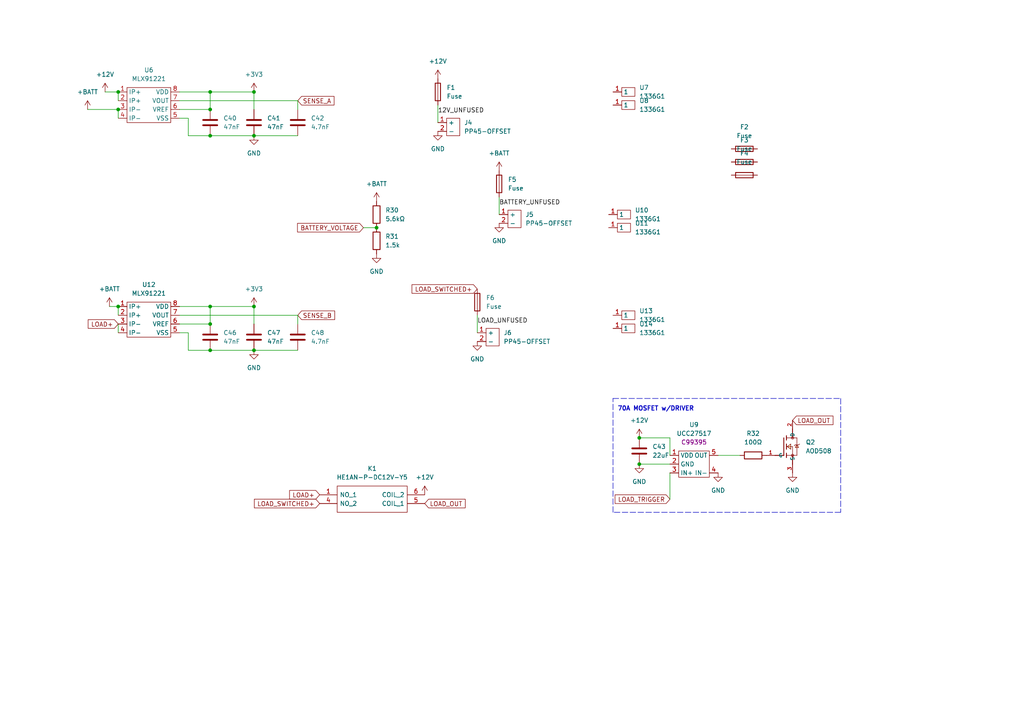
<source format=kicad_sch>
(kicad_sch (version 20211123) (generator eeschema)
  (paper "A4")
  (lib_symbols
    (symbol "01-rickbassham:1336G1"
      (property "Reference" "U" (at 0 0 0))
      (property "Value" "1336G1" (at 0 0 0))
      (symbol "1336G1_0_1"
        (rectangle (start 2.54 -2.54) (end 6.35 -5.08))
      )
      (symbol "1336G1_1_1"
        (pin passive line (at 0 -3.81 0) (length 2.54) (name "1") (number "1"))
      )
    )
    (symbol "01-rickbassham:HE1AN-P-DC12V-Y5" (pin_names (offset 0.762))
      (property "Reference" "K" (at 26.67 7.62 0))
      (property "Value" "HE1AN-P-DC12V-Y5" (at 26.67 5.08 0))
      (symbol "HE1AN-P-DC12V-Y5_0_0"
        (pin passive line (at 0 0 0) (length 5.08) (name "NO_1") (number "1"))
        (pin passive line (at 0 -2.54 0) (length 5.08) (name "NO_2") (number "4"))
        (pin passive line (at 30.48 -2.54 180) (length 5.08) (name "COIL_1") (number "5"))
        (pin passive line (at 30.48 0 180) (length 5.08) (name "COIL_2") (number "6"))
      )
      (symbol "HE1AN-P-DC12V-Y5_0_1"
        (polyline (pts (xy 5.08 2.54) (xy 25.4 2.54) (xy 25.4 -5.08) (xy 5.08 -5.08) (xy 5.08 2.54)) (stroke (width 0.1524)))
      )
    )
    (symbol "01-rickbassham:MLX91221"
      (property "Reference" "U" (at 0 0 0))
      (property "Value" "MLX91221" (at 0 0 0))
      (symbol "MLX91221_0_1"
        (rectangle (start -6.35 -5.08) (end 6.35 -15.24))
      )
      (symbol "MLX91221_1_1"
        (pin power_in line (at -8.89 -6.35 0) (length 2.54) (name "IP+") (number "1"))
        (pin power_in line (at -8.89 -8.89 0) (length 2.54) (name "IP+") (number "2"))
        (pin power_out line (at -8.89 -11.43 0) (length 2.54) (name "IP-") (number "3"))
        (pin power_out line (at -8.89 -13.97 0) (length 2.54) (name "IP-") (number "4"))
        (pin input line (at 8.89 -13.97 180) (length 2.54) (name "VSS") (number "5"))
        (pin input line (at 8.89 -11.43 180) (length 2.54) (name "VREF") (number "6"))
        (pin input line (at 8.89 -8.89 180) (length 2.54) (name "VOUT") (number "7"))
        (pin input line (at 8.89 -6.35 180) (length 2.54) (name "VDD") (number "8"))
      )
    )
    (symbol "01-rickbassham:NCE6080K" (pin_names (offset 1.016))
      (property "Reference" "Q" (at 6.35 0 0))
      (property "Value" "NCE6080K" (at 6.35 -2.54 0))
      (symbol "NCE6080K_0_0"
        (polyline (pts (xy -2.54 -2.54) (xy 0 -2.54)) (stroke (width 0.254)))
        (polyline (pts (xy 0 2.54) (xy 0 -2.54)) (stroke (width 0.254)))
        (polyline (pts (xy 0.762 -2.54) (xy 0.762 -3.175)) (stroke (width 0.254)))
        (polyline (pts (xy 0.762 -1.905) (xy 0.762 -2.54)) (stroke (width 0.254)))
        (polyline (pts (xy 0.762 0) (xy 0.762 -0.762)) (stroke (width 0.254)))
        (polyline (pts (xy 0.762 0) (xy 2.54 0)) (stroke (width 0.1524)))
        (polyline (pts (xy 0.762 0.762) (xy 0.762 0)) (stroke (width 0.254)))
        (polyline (pts (xy 0.762 2.54) (xy 0.762 1.905)) (stroke (width 0.254)))
        (polyline (pts (xy 0.762 2.54) (xy 2.54 2.54)) (stroke (width 0.1524)))
        (polyline (pts (xy 0.762 3.175) (xy 0.762 2.54)) (stroke (width 0.254)))
        (polyline (pts (xy 2.54 -2.54) (xy 0.762 -2.54)) (stroke (width 0.1524)))
        (polyline (pts (xy 2.54 -2.54) (xy 2.54 -5.08)) (stroke (width 0.254)))
        (polyline (pts (xy 2.54 -2.54) (xy 3.81 -2.54)) (stroke (width 0.1524)))
        (polyline (pts (xy 2.54 0) (xy 2.54 -2.54)) (stroke (width 0.1524)))
        (polyline (pts (xy 2.54 2.54) (xy 3.81 2.54)) (stroke (width 0.1524)))
        (polyline (pts (xy 2.54 5.08) (xy 2.54 2.54)) (stroke (width 0.254)))
        (polyline (pts (xy 3.302 0.508) (xy 3.048 0.254)) (stroke (width 0.1524)))
        (polyline (pts (xy 3.81 0.508) (xy 3.302 0.508)) (stroke (width 0.1524)))
        (polyline (pts (xy 3.81 0.508) (xy 3.81 -2.54)) (stroke (width 0.1524)))
        (polyline (pts (xy 3.81 2.54) (xy 3.81 0.508)) (stroke (width 0.1524)))
        (polyline (pts (xy 4.318 0.508) (xy 3.81 0.508)) (stroke (width 0.1524)))
        (polyline (pts (xy 4.572 0.762) (xy 4.318 0.508)) (stroke (width 0.1524)))
        (polyline (pts (xy 1.016 0) (xy 2.032 0.762) (xy 2.032 -0.762) (xy 1.016 0)) (stroke (width 0.1524)) (fill (type background)))
        (polyline (pts (xy 3.81 0.508) (xy 3.302 -0.254) (xy 4.318 -0.254) (xy 3.81 0.508)) (stroke (width 0.1524)) (fill (type background)))
        (circle (center 2.54 -2.54) (radius 0.3556))
        (circle (center 2.54 2.54) (radius 0.3556))
        (pin passive line (at -5.08 -2.54 0) (length 2.54) (name "G") (number "1"))
        (pin passive line (at 2.54 7.62 270) (length 2.54) (name "D") (number "2"))
        (pin passive line (at 2.54 -7.62 90) (length 2.54) (name "S") (number "3"))
      )
    )
    (symbol "01-rickbassham:PP45-OFFSET"
      (property "Reference" "J" (at 0 0 0))
      (property "Value" "PP45-OFFSET" (at 0 2.54 0))
      (symbol "PP45-OFFSET_0_1"
        (rectangle (start 0 -2.54) (end 3.81 -7.62))
      )
      (symbol "PP45-OFFSET_1_1"
        (pin power_in line (at -2.54 -3.81 0) (length 2.54) (name "+") (number "1"))
        (pin power_in line (at -2.54 -6.35 0) (length 2.54) (name "-") (number "2"))
      )
    )
    (symbol "01-rickbassham:UCC27517"
      (property "Reference" "U" (at 0 0 0))
      (property "Value" "UCC27517" (at 0 0 0))
      (property "LCSC" "C99395" (at 0 0 0))
      (symbol "UCC27517_0_1"
        (rectangle (start 0 -3.81) (end 8.89 -11.43))
      )
      (symbol "UCC27517_1_1"
        (pin power_in line (at -2.54 -5.08 0) (length 2.54) (name "VDD") (number "1"))
        (pin power_in line (at -2.54 -7.62 0) (length 2.54) (name "GND") (number "2"))
        (pin input line (at -2.54 -10.16 0) (length 2.54) (name "IN+") (number "3"))
        (pin power_out line (at 11.43 -10.16 180) (length 2.54) (name "IN-") (number "4"))
        (pin output line (at 11.43 -5.08 180) (length 2.54) (name "OUT") (number "5"))
      )
    )
    (symbol "Device:C" (pin_numbers hide) (pin_names (offset 0.254))
      (property "Reference" "C" (at 0.635 2.54 0))
      (property "Value" "C" (at 0.635 -2.54 0))
      (symbol "C_0_1"
        (polyline (pts (xy -2.032 -0.762) (xy 2.032 -0.762)) (stroke (width 0.508)))
        (polyline (pts (xy -2.032 0.762) (xy 2.032 0.762)) (stroke (width 0.508)))
      )
      (symbol "C_1_1"
        (pin passive line (at 0 3.81 270) (length 2.794) (name "~") (number "1"))
        (pin passive line (at 0 -3.81 90) (length 2.794) (name "~") (number "2"))
      )
    )
    (symbol "Device:Fuse" (pin_numbers hide) (pin_names (offset 0))
      (property "Reference" "F" (at 2.032 0 90))
      (property "Value" "Fuse" (at -1.905 0 90))
      (symbol "Fuse_0_1"
        (rectangle (start -0.762 -2.54) (end 0.762 2.54) (stroke (width 0.254)))
        (polyline (pts (xy 0 2.54) (xy 0 -2.54)))
      )
      (symbol "Fuse_1_1"
        (pin passive line (at 0 3.81 270) (length 1.27) (name "~") (number "1"))
        (pin passive line (at 0 -3.81 90) (length 1.27) (name "~") (number "2"))
      )
    )
    (symbol "Device:R" (pin_numbers hide) (pin_names (offset 0))
      (property "Reference" "R" (at 2.032 0 90))
      (property "Value" "R" (at 0 0 90))
      (symbol "R_0_1"
        (rectangle (start -1.016 -2.54) (end 1.016 2.54) (stroke (width 0.254)))
      )
      (symbol "R_1_1"
        (pin passive line (at 0 3.81 270) (length 1.27) (name "~") (number "1"))
        (pin passive line (at 0 -3.81 90) (length 1.27) (name "~") (number "2"))
      )
    )
    (symbol "power:+12V" (power) (pin_names (offset 0))
      (property "Value" "+12V" (at 0 3.556 0))
      (symbol "+12V_0_1"
        (polyline (pts (xy -0.762 1.27) (xy 0 2.54)))
        (polyline (pts (xy 0 0) (xy 0 2.54)))
        (polyline (pts (xy 0 2.54) (xy 0.762 1.27)))
      )
      (symbol "+12V_1_1"
        (pin power_in line (at 0 0 90) (length 0) hide (name "+12V") (number "1"))
      )
    )
    (symbol "power:+3.3V" (power) (pin_names (offset 0))
      (property "Value" "+3.3V" (at 0 3.556 0))
      (symbol "+3.3V_0_1"
        (polyline (pts (xy -0.762 1.27) (xy 0 2.54)))
        (polyline (pts (xy 0 0) (xy 0 2.54)))
        (polyline (pts (xy 0 2.54) (xy 0.762 1.27)))
      )
      (symbol "+3.3V_1_1"
        (pin power_in line (at 0 0 90) (length 0) hide (name "+3V3") (number "1"))
      )
    )
    (symbol "power:+BATT" (power) (pin_names (offset 0))
      (property "Value" "+BATT" (at 0 3.556 0))
      (symbol "+BATT_0_1"
        (polyline (pts (xy -0.762 1.27) (xy 0 2.54)))
        (polyline (pts (xy 0 0) (xy 0 2.54)))
        (polyline (pts (xy 0 2.54) (xy 0.762 1.27)))
      )
      (symbol "+BATT_1_1"
        (pin power_in line (at 0 0 90) (length 0) hide (name "+BATT") (number "1"))
      )
    )
    (symbol "power:GND" (power) (pin_names (offset 0))
      (property "Value" "GND" (at 0 -3.81 0))
      (symbol "GND_0_1"
        (polyline (pts (xy 0 0) (xy 0 -1.27) (xy 1.27 -1.27) (xy 0 -2.54) (xy -1.27 -1.27) (xy 0 -1.27)))
      )
      (symbol "GND_1_1"
        (pin power_in line (at 0 0 270) (length 0) hide (name "GND") (number "1"))
      )
    )
  )
  (junction (at 185.42 134.62))
  (junction (at 73.66 39.37))
  (junction (at 34.29 31.75))
  (junction (at 60.96 88.9))
  (junction (at 60.96 31.75))
  (junction (at 109.22 66.04))
  (junction (at 73.66 88.9))
  (junction (at 60.96 26.67))
  (junction (at 60.96 93.98))
  (junction (at 34.29 88.9))
  (junction (at 185.42 127))
  (junction (at 73.66 101.6))
  (junction (at 34.29 26.67))
  (junction (at 60.96 39.37))
  (junction (at 73.66 26.67))
  (junction (at 60.96 101.6))
  (wire (pts (xy 34.29 31.75) (xy 34.29 34.29)))
  (wire (pts (xy 34.29 88.9) (xy 34.29 91.44)))
  (polyline (pts (xy 177.8 148.59) (xy 177.8 115.57)))
  (wire (pts (xy 144.78 57.15) (xy 144.78 62.23)))
  (polyline (pts (xy 243.84 148.59) (xy 177.8 148.59)))
  (wire (pts (xy 30.48 26.67) (xy 34.29 26.67)))
  (wire (pts (xy 73.66 26.67) (xy 73.66 31.75)))
  (wire (pts (xy 52.07 96.52) (xy 54.61 96.52)))
  (polyline (pts (xy 177.8 115.57) (xy 243.84 115.57)))
  (wire (pts (xy 34.29 93.98) (xy 34.29 96.52)))
  (wire (pts (xy 54.61 39.37) (xy 60.96 39.37)))
  (wire (pts (xy 127 30.48) (xy 127 35.56)))
  (wire (pts (xy 60.96 101.6) (xy 73.66 101.6)))
  (wire (pts (xy 60.96 26.67) (xy 60.96 31.75)))
  (wire (pts (xy 25.4 31.75) (xy 34.29 31.75)))
  (wire (pts (xy 185.42 134.62) (xy 194.31 134.62)))
  (wire (pts (xy 194.31 137.16) (xy 194.31 144.78)))
  (wire (pts (xy 52.07 93.98) (xy 60.96 93.98)))
  (wire (pts (xy 60.96 88.9) (xy 60.96 93.98)))
  (wire (pts (xy 52.07 31.75) (xy 60.96 31.75)))
  (wire (pts (xy 54.61 101.6) (xy 60.96 101.6)))
  (wire (pts (xy 86.36 91.44) (xy 86.36 93.98)))
  (wire (pts (xy 52.07 26.67) (xy 60.96 26.67)))
  (wire (pts (xy 194.31 132.08) (xy 194.31 127)))
  (wire (pts (xy 86.36 29.21) (xy 86.36 31.75)))
  (wire (pts (xy 73.66 39.37) (xy 86.36 39.37)))
  (wire (pts (xy 52.07 88.9) (xy 60.96 88.9)))
  (wire (pts (xy 138.43 91.44) (xy 138.43 96.52)))
  (wire (pts (xy 60.96 26.67) (xy 73.66 26.67)))
  (wire (pts (xy 34.29 26.67) (xy 34.29 29.21)))
  (wire (pts (xy 105.41 66.04) (xy 109.22 66.04)))
  (wire (pts (xy 52.07 29.21) (xy 86.36 29.21)))
  (wire (pts (xy 31.75 88.9) (xy 34.29 88.9)))
  (wire (pts (xy 54.61 34.29) (xy 54.61 39.37)))
  (wire (pts (xy 54.61 96.52) (xy 54.61 101.6)))
  (wire (pts (xy 73.66 101.6) (xy 86.36 101.6)))
  (wire (pts (xy 194.31 127) (xy 185.42 127)))
  (wire (pts (xy 52.07 91.44) (xy 86.36 91.44)))
  (wire (pts (xy 214.63 132.08) (xy 208.28 132.08)))
  (wire (pts (xy 73.66 88.9) (xy 73.66 93.98)))
  (wire (pts (xy 60.96 39.37) (xy 73.66 39.37)))
  (wire (pts (xy 52.07 34.29) (xy 54.61 34.29)))
  (polyline (pts (xy 243.84 115.57) (xy 243.84 148.59)))
  (wire (pts (xy 60.96 88.9) (xy 73.66 88.9)))
  (text "70A MOSFET w/DRIVER" (at 179.07 119.38 0) (effects (font (size 1.27 1.27) bold) (justify left bottom)))
  (label "12V_UNFUSED" (at 127 33.02 0))
  (label "LOAD_UNFUSED" (at 138.43 93.98 0))
  (label "BATTERY_UNFUSED" (at 144.78 59.69 0))
  (global_label "LOAD_SWITCHED+" (shape input) (at 138.43 83.82 180) (property "Intersheet References" "${INTERSHEET_REFS}" (effects hide)))
  (global_label "LOAD_OUT" (shape input) (at 229.87 121.92 0) (property "Intersheet References" "${INTERSHEET_REFS}" (effects hide)))
  (global_label "SENSE_A" (shape input) (at 86.36 29.21 0) (property "Intersheet References" "${INTERSHEET_REFS}" (effects hide)))
  (global_label "LOAD_OUT" (shape input) (at 123.19 146.05 0) (property "Intersheet References" "${INTERSHEET_REFS}" (effects hide)))
  (global_label "LOAD+" (shape input) (at 34.29 93.98 180) (property "Intersheet References" "${INTERSHEET_REFS}" (effects hide)))
  (global_label "SENSE_B" (shape input) (at 86.36 91.44 0) (property "Intersheet References" "${INTERSHEET_REFS}" (effects hide)))
  (global_label "LOAD_SWITCHED+" (shape input) (at 92.71 146.05 180) (property "Intersheet References" "${INTERSHEET_REFS}" (effects hide)))
  (global_label "BATTERY_VOLTAGE" (shape input) (at 105.41 66.04 180) (property "Intersheet References" "${INTERSHEET_REFS}" (effects hide)))
  (global_label "LOAD+" (shape input) (at 92.71 143.51 180) (property "Intersheet References" "${INTERSHEET_REFS}" (effects hide)))
  (global_label "LOAD_TRIGGER" (shape input) (at 194.31 144.78 180) (property "Intersheet References" "${INTERSHEET_REFS}" (effects hide)))
  (symbol (lib_id "Device:C") (at 60.96 97.79 0) (unit 1)
    (property "Reference" "C46" (at 64.77 96.5199 0) (effects (justify left)))
    (property "Value" "47nF" (at 64.77 99.0599 0) (effects (justify left)))
    (property "Footprint" "Capacitor_SMD:C_0603_1608Metric" (effects hide))
    (property "LCSC" "C1622" (effects hide))
  )
  (symbol (lib_id "Device:C") (at 73.66 97.79 0) (unit 1)
    (property "Reference" "C47" (at 77.47 96.5199 0) (effects (justify left)))
    (property "Value" "47nF" (at 77.47 99.0599 0) (effects (justify left)))
    (property "Footprint" "Capacitor_SMD:C_0603_1608Metric" (effects hide))
    (property "LCSC" "C1622" (effects hide))
  )
  (symbol (lib_id "01-rickbassham:UCC27517") (at 196.85 127 0) (unit 1)
    (property "Reference" "U9" (at 201.295 123.19 0))
    (property "Value" "UCC27517" (at 201.295 125.73 0))
    (property "Footprint" "Package_TO_SOT_SMD:SOT-23-5" (effects hide))
    (property "LCSC" "C99395" (at 201.295 128.27 0))
    (property "JLCPCB Class" "E" (effects hide))
  )
  (symbol (lib_id "Device:Fuse") (at 144.78 53.34 180) (unit 1)
    (property "Reference" "F5" (at 147.32 52.0699 0) (effects (justify right)))
    (property "Value" "Fuse" (at 147.32 54.6099 0) (effects (justify right)))
    (property "Footprint" "01-rickbassham:Keystone 3522-2 Fuse Holder" (effects hide))
    (property "Datasheet" "https://www.keyelco.com/userAssets/file/M65p41.pdf" (effects hide))
    (property "DigiKey Part" "36-3522-2-ND" (effects hide))
    (property "Manufacturer Part" "3522-2" (effects hide))
    (property "PurchaseLink" "https://www.digikey.com/en/products/detail/keystone-electronics/3522-2/151571" (effects hide))
  )
  (symbol (lib_id "power:+12V") (at 127 22.86 0) (unit 1)
    (property "Reference" "#PWR0172" (effects hide))
    (property "Value" "+12V" (at 127 17.78 0))
  )
  (symbol (lib_id "power:+BATT") (at 31.75 88.9 0) (unit 1)
    (property "Reference" "#PWR0161" (effects hide))
    (property "Value" "+BATT" (at 31.75 83.82 0))
  )
  (symbol (lib_id "Device:R") (at 109.22 62.23 180) (unit 1)
    (property "Reference" "R30" (at 111.76 60.9599 0) (effects (justify right)))
    (property "Value" "5.6kΩ" (at 111.76 63.4999 0) (effects (justify right)))
    (property "Footprint" "Resistor_SMD:R_0805_2012Metric" (effects hide))
    (property "LCSC" "C4382" (effects hide))
  )
  (symbol (lib_id "Device:C") (at 86.36 97.79 0) (unit 1)
    (property "Reference" "C48" (at 90.17 96.5199 0) (effects (justify left)))
    (property "Value" "4.7nF" (at 90.17 99.0599 0) (effects (justify left)))
    (property "Footprint" "Capacitor_SMD:C_0603_1608Metric" (effects hide))
    (property "LCSC" "C53987" (effects hide))
  )
  (symbol (lib_id "Device:C") (at 86.36 35.56 0) (unit 1)
    (property "Reference" "C42" (at 90.17 34.2899 0) (effects (justify left)))
    (property "Value" "4.7nF" (at 90.17 36.8299 0) (effects (justify left)))
    (property "Footprint" "Capacitor_SMD:C_0603_1608Metric" (effects hide))
    (property "LCSC" "C53987" (effects hide))
  )
  (symbol (lib_id "Device:R") (at 109.22 69.85 180) (unit 1)
    (property "Reference" "R31" (at 111.76 68.5799 0) (effects (justify right)))
    (property "Value" "1.5k" (at 111.76 71.1199 0) (effects (justify right)))
    (property "Footprint" "Resistor_SMD:R_0805_2012Metric" (effects hide))
    (property "LCSC" "C4310" (effects hide))
  )
  (symbol (lib_id "01-rickbassham:1336G1") (at 176.53 62.23 0) (unit 1) (on_board no)
    (property "Reference" "U11" (at 184.15 64.7699 0) (effects (justify left)))
    (property "Value" "1336G1" (at 184.15 67.3099 0) (effects (justify left)))
    (property "Datasheet" "https://www.andersonpower.com/content/dam/app/ecommerce/product-pdfs/DS-PP1545.pdf" (effects hide))
    (property "DigiKey Part" "2243-1336G1-ND" (effects hide))
    (property "Manufacturer Part" "1336G1" (effects hide))
    (property "PurchaseLink" "https://www.digikey.com/en/products/detail/anderson-power-products-inc/1336G1/10650490" (effects hide))
  )
  (symbol (lib_id "power:+12V") (at 123.19 143.51 0) (unit 1)
    (property "Reference" "#PWR0110" (effects hide))
    (property "Value" "+12V" (at 123.19 138.43 0))
  )
  (symbol (lib_id "01-rickbassham:NCE6080K") (at 227.33 129.54 0) (unit 1)
    (property "Reference" "Q2" (at 233.68 128.2699 0) (effects (justify left)))
    (property "Value" "AOD508" (at 233.68 130.8099 0) (effects (justify left)))
    (property "Footprint" "Package_TO_SOT_SMD:TO-252-2" (effects hide))
    (property "LCSC" "C80964" (effects hide))
    (property "JLCPCB Class" "E" (effects hide))
  )
  (symbol (lib_id "Device:Fuse") (at 215.9 50.8 90) (unit 1) (on_board no)
    (property "Reference" "F4" (at 215.9 44.45 90))
    (property "Value" "Fuse" (at 215.9 46.99 90))
    (property "Datasheet" "https://www.littelfuse.com/~/media/automotive/datasheets/fuses/passenger-car-and-commercial-vehicle/blade-fuses/littelfuse_atof_datasheet.pdf" (effects hide))
    (property "DigiKey Part" "F4202-ND" (effects hide))
    (property "Manufacturer Part" "0287030.PXCN" (effects hide))
    (property "PurchaseLink" "https://www.digikey.com/en/products/detail/littelfuse-inc/0287030-PXCN/2519828" (effects hide))
  )
  (symbol (lib_id "01-rickbassham:1336G1") (at 177.8 87.63 0) (unit 1) (on_board no)
    (property "Reference" "U13" (at 185.42 90.1699 0) (effects (justify left)))
    (property "Value" "1336G1" (at 185.42 92.7099 0) (effects (justify left)))
    (property "Datasheet" "https://www.andersonpower.com/content/dam/app/ecommerce/product-pdfs/DS-PP1545.pdf" (effects hide))
    (property "DigiKey Part" "2243-1336G1-ND" (effects hide))
    (property "Manufacturer Part" "1336G1" (effects hide))
    (property "PurchaseLink" "https://www.digikey.com/en/products/detail/anderson-power-products-inc/1336G1/10650490" (effects hide))
  )
  (symbol (lib_id "power:GND") (at 109.22 73.66 0) (unit 1)
    (property "Reference" "#PWR0109" (effects hide))
    (property "Value" "GND" (at 109.22 78.74 0))
  )
  (symbol (lib_id "Device:Fuse") (at 127 26.67 180) (unit 1)
    (property "Reference" "F1" (at 129.54 25.3999 0) (effects (justify right)))
    (property "Value" "Fuse" (at 129.54 27.9399 0) (effects (justify right)))
    (property "Footprint" "01-rickbassham:Keystone 3522-2 Fuse Holder" (effects hide))
    (property "Datasheet" "https://www.keyelco.com/userAssets/file/M65p41.pdf" (effects hide))
    (property "DigiKey Part" "36-3522-2-ND" (effects hide))
    (property "Manufacturer Part" "3522-2" (effects hide))
    (property "PurchaseLink" "https://www.digikey.com/en/products/detail/keystone-electronics/3522-2/151571" (effects hide))
  )
  (symbol (lib_id "01-rickbassham:1336G1") (at 176.53 58.42 0) (unit 1) (on_board no)
    (property "Reference" "U10" (at 184.15 60.9599 0) (effects (justify left)))
    (property "Value" "1336G1" (at 184.15 63.4999 0) (effects (justify left)))
    (property "Datasheet" "https://www.andersonpower.com/content/dam/app/ecommerce/product-pdfs/DS-PP1545.pdf" (effects hide))
    (property "DigiKey Part" "2243-1336G1-ND" (effects hide))
    (property "Manufacturer Part" "1336G1" (effects hide))
    (property "PurchaseLink" "https://www.digikey.com/en/products/detail/anderson-power-products-inc/1336G1/10650490" (effects hide))
  )
  (symbol (lib_id "power:GND") (at 229.87 137.16 0) (unit 1)
    (property "Reference" "#PWR0173" (effects hide))
    (property "Value" "GND" (at 229.87 142.24 0))
  )
  (symbol (lib_id "Device:Fuse") (at 215.9 43.18 90) (unit 1) (on_board no)
    (property "Reference" "F2" (at 215.9 36.83 90))
    (property "Value" "Fuse" (at 215.9 39.37 90))
    (property "Datasheet" "https://www.littelfuse.com/~/media/automotive/datasheets/fuses/passenger-car-and-commercial-vehicle/blade-fuses/littelfuse_atof_datasheet.pdf" (effects hide))
    (property "DigiKey Part" "F4202-ND" (effects hide))
    (property "Manufacturer Part" "0287030.PXCN" (effects hide))
    (property "PurchaseLink" "https://www.digikey.com/en/products/detail/littelfuse-inc/0287030-PXCN/2519828" (effects hide))
  )
  (symbol (lib_id "Device:C") (at 185.42 130.81 0) (unit 1)
    (property "Reference" "C43" (at 189.23 129.5399 0) (effects (justify left)))
    (property "Value" "22uF" (at 189.23 132.0799 0) (effects (justify left)))
    (property "Footprint" "Capacitor_SMD:C_0805_2012Metric" (effects hide))
    (property "LCSC" "C45783" (effects hide))
    (property "JLCPCB Class" "B" (effects hide))
  )
  (symbol (lib_id "Device:C") (at 60.96 35.56 0) (unit 1)
    (property "Reference" "C40" (at 64.77 34.2899 0) (effects (justify left)))
    (property "Value" "47nF" (at 64.77 36.8299 0) (effects (justify left)))
    (property "Footprint" "Capacitor_SMD:C_0603_1608Metric" (effects hide))
    (property "LCSC" "C1622" (effects hide))
  )
  (symbol (lib_id "01-rickbassham:1336G1") (at 177.8 26.67 0) (unit 1) (on_board no)
    (property "Reference" "U8" (at 185.42 29.2099 0) (effects (justify left)))
    (property "Value" "1336G1" (at 185.42 31.7499 0) (effects (justify left)))
    (property "Datasheet" "https://www.andersonpower.com/content/dam/app/ecommerce/product-pdfs/DS-PP1545.pdf" (effects hide))
    (property "DigiKey Part" "2243-1336G1-ND" (effects hide))
    (property "Manufacturer Part" "1336G1" (effects hide))
    (property "PurchaseLink" "https://www.digikey.com/en/products/detail/anderson-power-products-inc/1336G1/10650490" (effects hide))
  )
  (symbol (lib_id "01-rickbassham:MLX91221") (at 43.18 20.32 0) (unit 1)
    (property "Reference" "U6" (at 43.18 20.32 0))
    (property "Value" "MLX91221" (at 43.18 22.86 0))
    (property "Footprint" "Package_SO:SOIC-8_3.9x4.9mm_P1.27mm" (effects hide))
    (property "Datasheet" "https://www.melexis.com/-/media/files/documents/datasheets/mlx91221-datasheet-melexis.pdf" (effects hide))
  )
  (symbol (lib_id "Device:Fuse") (at 215.9 46.99 90) (unit 1) (on_board no)
    (property "Reference" "F3" (at 215.9 40.64 90))
    (property "Value" "Fuse" (at 215.9 43.18 90))
    (property "Datasheet" "https://www.littelfuse.com/~/media/automotive/datasheets/fuses/passenger-car-and-commercial-vehicle/blade-fuses/littelfuse_atof_datasheet.pdf" (effects hide))
    (property "DigiKey Part" "F4202-ND" (effects hide))
    (property "Manufacturer Part" "0287030.PXCN" (effects hide))
    (property "PurchaseLink" "https://www.digikey.com/en/products/detail/littelfuse-inc/0287030-PXCN/2519828" (effects hide))
  )
  (symbol (lib_id "power:GND") (at 73.66 39.37 0) (unit 1)
    (property "Reference" "#PWR0171" (effects hide))
    (property "Value" "GND" (at 73.66 44.45 0))
  )
  (symbol (lib_id "01-rickbassham:PP45-OFFSET") (at 147.32 58.42 0) (unit 1) (in_bom no)
    (property "Reference" "J5" (at 152.4 62.2299 0) (effects (justify left)))
    (property "Value" "PP45-OFFSET" (at 152.4 64.7699 0) (effects (justify left)))
    (property "Footprint" "01-rickbassham:PP45-SHORT" (effects hide))
    (property "Datasheet" "https://www.andersonpower.com/content/dam/app/ecommerce/product-pdfs/DS-PP1545.pdf" (effects hide))
    (property "DigiKey Part" "2243-1336G1-ND" (effects hide))
    (property "Manufacturer Part" "1336G1" (effects hide))
    (property "PurchaseLink" "https://www.digikey.com/en/products/detail/anderson-power-products-inc/1336G1/10650490" (effects hide))
  )
  (symbol (lib_id "01-rickbassham:HE1AN-P-DC12V-Y5") (at 92.71 143.51 0) (unit 1)
    (property "Reference" "K1" (at 107.95 135.89 0))
    (property "Value" "HE1AN-P-DC12V-Y5" (at 107.95 138.43 0))
    (property "Footprint" "01-rickbassham:HE1ANPDC6VY5" (effects hide))
    (property "Datasheet" "https://datasheet.datasheetarchive.com/originals/distributors/Datasheets-DGA17/901094.pdf" (effects hide))
    (property "Description" "Power Relay 6VDC 48A SPST-NO(38x33x36.3)mm THT" (effects hide))
    (property "Height" "36.6" (effects hide))
    (property "Manufacturer_Name" "Panasonic" (effects hide))
    (property "Manufacturer_Part_Number" "HE1AN-P-DC6V-Y5" (effects hide))
    (property "Mouser Part Number" "769-HE1AN-P-DC6V-Y5" (effects hide))
    (property "Mouser Price/Stock" "https://www.mouser.com/Search/Refine.aspx?Keyword=769-HE1AN-P-DC6V-Y5" (effects hide))
  )
  (symbol (lib_id "power:GND") (at 185.42 134.62 0) (unit 1)
    (property "Reference" "#PWR0169" (effects hide))
    (property "Value" "GND" (at 185.42 139.7 0))
  )
  (symbol (lib_id "01-rickbassham:PP45-OFFSET") (at 140.97 92.71 0) (unit 1) (in_bom no)
    (property "Reference" "J6" (at 146.05 96.5199 0) (effects (justify left)))
    (property "Value" "PP45-OFFSET" (at 146.05 99.0599 0) (effects (justify left)))
    (property "Footprint" "01-rickbassham:PP45-SHORT" (effects hide))
    (property "Datasheet" "https://www.andersonpower.com/content/dam/app/ecommerce/product-pdfs/DS-PP1545.pdf" (effects hide))
    (property "DigiKey Part" "2243-1336G1-ND" (effects hide))
    (property "Manufacturer Part" "1336G1" (effects hide))
    (property "PurchaseLink" "https://www.digikey.com/en/products/detail/anderson-power-products-inc/1336G1/10650490" (effects hide))
  )
  (symbol (lib_id "power:+BATT") (at 109.22 58.42 0) (unit 1)
    (property "Reference" "#PWR0108" (effects hide))
    (property "Value" "+BATT" (at 109.22 53.34 0))
  )
  (symbol (lib_id "power:+12V") (at 185.42 127 0) (unit 1)
    (property "Reference" "#PWR0115" (effects hide))
    (property "Value" "+12V" (at 185.42 121.92 0))
  )
  (symbol (lib_id "power:+BATT") (at 25.4 31.75 0) (unit 1)
    (property "Reference" "#PWR0175" (effects hide))
    (property "Value" "+BATT" (at 25.4 26.67 0))
  )
  (symbol (lib_id "Device:Fuse") (at 138.43 87.63 180) (unit 1)
    (property "Reference" "F6" (at 140.97 86.3599 0) (effects (justify right)))
    (property "Value" "Fuse" (at 140.97 88.8999 0) (effects (justify right)))
    (property "Footprint" "01-rickbassham:Keystone 3522-2 Fuse Holder" (effects hide))
    (property "Datasheet" "https://www.keyelco.com/userAssets/file/M65p41.pdf" (effects hide))
    (property "DigiKey Part" "36-3522-2-ND" (effects hide))
    (property "Manufacturer Part" "3522-2" (effects hide))
    (property "PurchaseLink" "https://www.digikey.com/en/products/detail/keystone-electronics/3522-2/151571" (effects hide))
  )
  (symbol (lib_id "power:GND") (at 127 38.1 0) (unit 1)
    (property "Reference" "#PWR0166" (effects hide))
    (property "Value" "GND" (at 127 43.18 0))
  )
  (symbol (lib_id "Device:R") (at 218.44 132.08 90) (unit 1)
    (property "Reference" "R32" (at 218.44 125.73 90))
    (property "Value" "100Ω" (at 218.44 128.27 90))
    (property "Footprint" "Resistor_SMD:R_0603_1608Metric" (effects hide))
    (property "LCSC" "C22775" (effects hide))
    (property "JLCPCB Class" "B" (effects hide))
  )
  (symbol (lib_id "power:GND") (at 208.28 137.16 0) (unit 1)
    (property "Reference" "#PWR0170" (effects hide))
    (property "Value" "GND" (at 208.28 142.24 0))
  )
  (symbol (lib_id "01-rickbassham:1336G1") (at 177.8 91.44 0) (unit 1) (on_board no)
    (property "Reference" "U14" (at 185.42 93.9799 0) (effects (justify left)))
    (property "Value" "1336G1" (at 185.42 96.5199 0) (effects (justify left)))
    (property "Datasheet" "https://www.andersonpower.com/content/dam/app/ecommerce/product-pdfs/DS-PP1545.pdf" (effects hide))
    (property "DigiKey Part" "2243-1336G1-ND" (effects hide))
    (property "Manufacturer Part" "1336G1" (effects hide))
    (property "PurchaseLink" "https://www.digikey.com/en/products/detail/anderson-power-products-inc/1336G1/10650490" (effects hide))
  )
  (symbol (lib_id "power:GND") (at 138.43 99.06 0) (unit 1)
    (property "Reference" "#PWR0164" (effects hide))
    (property "Value" "GND" (at 138.43 104.14 0))
  )
  (symbol (lib_id "Device:C") (at 73.66 35.56 0) (unit 1)
    (property "Reference" "C41" (at 77.47 34.2899 0) (effects (justify left)))
    (property "Value" "47nF" (at 77.47 36.8299 0) (effects (justify left)))
    (property "Footprint" "Capacitor_SMD:C_0603_1608Metric" (effects hide))
    (property "LCSC" "C1622" (effects hide))
  )
  (symbol (lib_id "power:+3.3V") (at 73.66 26.67 0) (unit 1)
    (property "Reference" "#PWR0162" (effects hide))
    (property "Value" "+3.3V" (at 73.66 21.59 0))
  )
  (symbol (lib_id "01-rickbassham:MLX91221") (at 43.18 82.55 0) (unit 1)
    (property "Reference" "U12" (at 43.18 82.55 0))
    (property "Value" "MLX91221" (at 43.18 85.09 0))
    (property "Footprint" "Package_SO:SOIC-8_3.9x4.9mm_P1.27mm" (effects hide))
    (property "Datasheet" "https://www.melexis.com/-/media/files/documents/datasheets/mlx91221-datasheet-melexis.pdf" (effects hide))
  )
  (symbol (lib_id "power:+12V") (at 30.48 26.67 0) (unit 1)
    (property "Reference" "#PWR0174" (effects hide))
    (property "Value" "+12V" (at 30.48 21.59 0))
  )
  (symbol (lib_id "01-rickbassham:PP45-OFFSET") (at 129.54 31.75 0) (unit 1) (in_bom no)
    (property "Reference" "J4" (at 134.62 35.5599 0) (effects (justify left)))
    (property "Value" "PP45-OFFSET" (at 134.62 38.0999 0) (effects (justify left)))
    (property "Footprint" "01-rickbassham:PP45-SHORT" (effects hide))
    (property "Datasheet" "https://www.andersonpower.com/content/dam/app/ecommerce/product-pdfs/DS-PP1545.pdf" (effects hide))
    (property "DigiKey Part" "2243-1336G1-ND" (effects hide))
    (property "Manufacturer Part" "1336G1" (effects hide))
    (property "PurchaseLink" "https://www.digikey.com/en/products/detail/anderson-power-products-inc/1336G1/10650490" (effects hide))
  )
  (symbol (lib_id "power:+3.3V") (at 73.66 88.9 0) (unit 1)
    (property "Reference" "#PWR0167" (effects hide))
    (property "Value" "+3.3V" (at 73.66 83.82 0))
  )
  (symbol (lib_id "power:+BATT") (at 144.78 49.53 0) (unit 1)
    (property "Reference" "#PWR0165" (effects hide))
    (property "Value" "+BATT" (at 144.78 44.45 0))
  )
  (symbol (lib_id "01-rickbassham:1336G1") (at 177.8 22.86 0) (unit 1) (on_board no)
    (property "Reference" "U7" (at 185.42 25.3999 0) (effects (justify left)))
    (property "Value" "1336G1" (at 185.42 27.9399 0) (effects (justify left)))
    (property "Datasheet" "https://www.andersonpower.com/content/dam/app/ecommerce/product-pdfs/DS-PP1545.pdf" (effects hide))
    (property "DigiKey Part" "2243-1336G1-ND" (effects hide))
    (property "Manufacturer Part" "1336G1" (effects hide))
    (property "PurchaseLink" "https://www.digikey.com/en/products/detail/anderson-power-products-inc/1336G1/10650490" (effects hide))
  )
  (symbol (lib_id "power:GND") (at 73.66 101.6 0) (unit 1)
    (property "Reference" "#PWR0168" (effects hide))
    (property "Value" "GND" (at 73.66 106.68 0))
  )
  (symbol (lib_id "power:GND") (at 144.78 64.77 0) (unit 1)
    (property "Reference" "#PWR0163" (effects hide))
    (property "Value" "GND" (at 144.78 69.85 0))
  )
)
</source>
